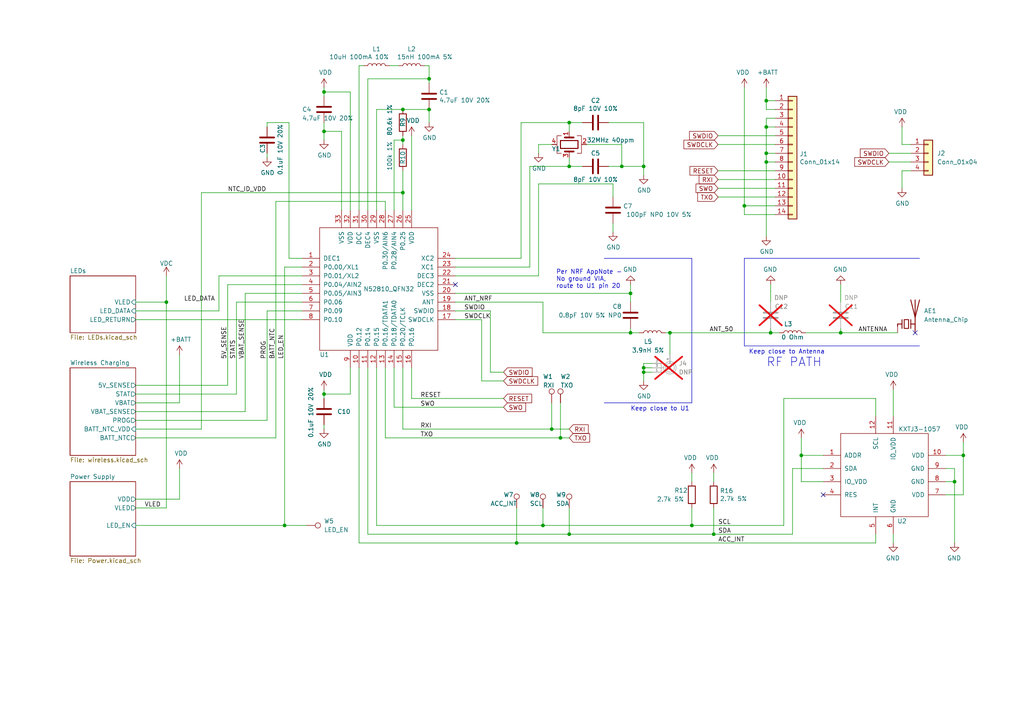
<source format=kicad_sch>
(kicad_sch (version 20230121) (generator eeschema)
  (paper "A4")
  (title_block (title "Pixels D20 Schematic, Main") (date "2021-06-23") (rev "2") (company "Systemic Games, LLC"))
  (lib_symbols
    (symbol "Connector_Generic:Conn_01x04" (pin_names (offset 1.016) hide)
      (property "Reference" "J" (at 0 5.08 0))
      (property "Value" "Conn_01x04" (at 0 -7.62 0))
      (symbol "Conn_01x04_1_1"
        (rectangle (start -1.27 -4.953) (end 0 -5.207) (stroke (width 0.1524)))
        (rectangle (start -1.27 -2.413) (end 0 -2.667) (stroke (width 0.1524)))
        (rectangle (start -1.27 0.127) (end 0 -0.127) (stroke (width 0.1524)))
        (rectangle (start -1.27 2.667) (end 0 2.413) (stroke (width 0.1524)))
        (rectangle (start -1.27 3.81) (end 1.27 -6.35) (stroke (width 0.254)) (fill (type background)))
        (pin passive line (at -5.08 2.54 0) (length 3.81) (name "Pin_1") (number "1"))
        (pin passive line (at -5.08 0 0) (length 3.81) (name "Pin_2") (number "2"))
        (pin passive line (at -5.08 -2.54 0) (length 3.81) (name "Pin_3") (number "3"))
        (pin passive line (at -5.08 -5.08 0) (length 3.81) (name "Pin_4") (number "4"))
      )
    )
    (symbol "Connector_Generic:Conn_01x14" (pin_names (offset 1.016) hide)
      (property "Reference" "J" (at 0 17.78 0))
      (property "Value" "Conn_01x14" (at 0 -20.32 0))
      (symbol "Conn_01x14_1_1"
        (rectangle (start -1.27 -17.653) (end 0 -17.907) (stroke (width 0.1524)))
        (rectangle (start -1.27 -15.113) (end 0 -15.367) (stroke (width 0.1524)))
        (rectangle (start -1.27 -12.573) (end 0 -12.827) (stroke (width 0.1524)))
        (rectangle (start -1.27 -10.033) (end 0 -10.287) (stroke (width 0.1524)))
        (rectangle (start -1.27 -7.493) (end 0 -7.747) (stroke (width 0.1524)))
        (rectangle (start -1.27 -4.953) (end 0 -5.207) (stroke (width 0.1524)))
        (rectangle (start -1.27 -2.413) (end 0 -2.667) (stroke (width 0.1524)))
        (rectangle (start -1.27 0.127) (end 0 -0.127) (stroke (width 0.1524)))
        (rectangle (start -1.27 2.667) (end 0 2.413) (stroke (width 0.1524)))
        (rectangle (start -1.27 5.207) (end 0 4.953) (stroke (width 0.1524)))
        (rectangle (start -1.27 7.747) (end 0 7.493) (stroke (width 0.1524)))
        (rectangle (start -1.27 10.287) (end 0 10.033) (stroke (width 0.1524)))
        (rectangle (start -1.27 12.827) (end 0 12.573) (stroke (width 0.1524)))
        (rectangle (start -1.27 15.367) (end 0 15.113) (stroke (width 0.1524)))
        (rectangle (start -1.27 16.51) (end 1.27 -19.05) (stroke (width 0.254)) (fill (type background)))
        (pin passive line (at -5.08 15.24 0) (length 3.81) (name "Pin_1") (number "1"))
        (pin passive line (at -5.08 -7.62 0) (length 3.81) (name "Pin_10") (number "10"))
        (pin passive line (at -5.08 -10.16 0) (length 3.81) (name "Pin_11") (number "11"))
        (pin passive line (at -5.08 -12.7 0) (length 3.81) (name "Pin_12") (number "12"))
        (pin passive line (at -5.08 -15.24 0) (length 3.81) (name "Pin_13") (number "13"))
        (pin passive line (at -5.08 -17.78 0) (length 3.81) (name "Pin_14") (number "14"))
        (pin passive line (at -5.08 12.7 0) (length 3.81) (name "Pin_2") (number "2"))
        (pin passive line (at -5.08 10.16 0) (length 3.81) (name "Pin_3") (number "3"))
        (pin passive line (at -5.08 7.62 0) (length 3.81) (name "Pin_4") (number "4"))
        (pin passive line (at -5.08 5.08 0) (length 3.81) (name "Pin_5") (number "5"))
        (pin passive line (at -5.08 2.54 0) (length 3.81) (name "Pin_6") (number "6"))
        (pin passive line (at -5.08 0 0) (length 3.81) (name "Pin_7") (number "7"))
        (pin passive line (at -5.08 -2.54 0) (length 3.81) (name "Pin_8") (number "8"))
        (pin passive line (at -5.08 -5.08 0) (length 3.81) (name "Pin_9") (number "9"))
      )
    )
    (symbol "Device:Antenna_Chip" (pin_numbers hide) (pin_names (offset 1.016) hide)
      (property "Reference" "AE" (at 0 5.08 0))
      (property "Value" "Antenna_Chip" (at 0 3.175 0))
      (symbol "Antenna_Chip_0_1"
        (polyline (pts (xy -2.54 0) (xy -2.54 -0.635)) (stroke (width 0.254)))
        (polyline (pts (xy -2.54 0) (xy -1.27 0)) (stroke (width 0.254)))
        (polyline (pts (xy 1.27 0) (xy 2.54 0)) (stroke (width 0.254)))
        (polyline (pts (xy 1.27 1.27) (xy 1.27 -1.27)) (stroke (width 0.254)))
        (polyline (pts (xy 2.54 -0.635) (xy 2.54 0)))
        (polyline (pts (xy 2.54 6.985) (xy 2.54 -1.905)) (stroke (width 0.254)))
        (polyline (pts (xy -1.27 1.27) (xy -1.27 -1.27) (xy -1.27 0)) (stroke (width 0.254)))
        (polyline (pts (xy 3.81 6.985) (xy 2.54 1.905) (xy 1.27 6.985)) (stroke (width 0.254)))
        (polyline (pts (xy -0.635 1.27) (xy 0.635 1.27) (xy 0.635 -1.27) (xy -0.635 -1.27) (xy -0.635 1.27)) (stroke (width 0.254)))
      )
      (symbol "Antenna_Chip_1_1"
        (pin input line (at -2.54 -2.54 90) (length 2.54) (name "FEED") (number "1"))
        (pin passive line (at 2.54 -2.54 90) (length 2.54) (name "PCB_Trace") (number "2"))
      )
    )
    (symbol "Device:C" (pin_numbers hide) (pin_names (offset 0.254))
      (property "Reference" "C" (at 0.635 2.54 0))
      (property "Value" "C" (at 0.635 -2.54 0))
      (symbol "C_0_1"
        (polyline (pts (xy -2.032 -0.762) (xy 2.032 -0.762)) (stroke (width 0.508)))
        (polyline (pts (xy -2.032 0.762) (xy 2.032 0.762)) (stroke (width 0.508)))
      )
      (symbol "C_1_1"
        (pin passive line (at 0 3.81 270) (length 2.794) (name "~") (number "1"))
        (pin passive line (at 0 -3.81 90) (length 2.794) (name "~") (number "2"))
      )
    )
    (symbol "Device:Crystal_GND24" (pin_names (offset 1.016) hide)
      (property "Reference" "Y" (at 3.175 5.08 0))
      (property "Value" "Crystal_GND24" (at 3.175 3.175 0))
      (symbol "Crystal_GND24_0_1"
        (rectangle (start -1.143 2.54) (end 1.143 -2.54) (stroke (width 0.3048)))
        (polyline (pts (xy -2.54 0) (xy -2.032 0)))
        (polyline (pts (xy -2.032 -1.27) (xy -2.032 1.27)) (stroke (width 0.508)))
        (polyline (pts (xy 0 -3.81) (xy 0 -3.556)))
        (polyline (pts (xy 0 3.556) (xy 0 3.81)))
        (polyline (pts (xy 2.032 -1.27) (xy 2.032 1.27)) (stroke (width 0.508)))
        (polyline (pts (xy 2.032 0) (xy 2.54 0)))
        (polyline (pts (xy -2.54 -2.286) (xy -2.54 -3.556) (xy 2.54 -3.556) (xy 2.54 -2.286)))
        (polyline (pts (xy -2.54 2.286) (xy -2.54 3.556) (xy 2.54 3.556) (xy 2.54 2.286)))
      )
      (symbol "Crystal_GND24_1_1"
        (pin passive line (at -3.81 0 0) (length 1.27) (name "1") (number "1"))
        (pin passive line (at 0 5.08 270) (length 1.27) (name "2") (number "2"))
        (pin passive line (at 3.81 0 180) (length 1.27) (name "3") (number "3"))
        (pin passive line (at 0 -5.08 90) (length 1.27) (name "4") (number "4"))
      )
    )
    (symbol "Device:L" (pin_numbers hide) (pin_names (offset 1.016) hide)
      (property "Reference" "L" (at -1.27 0 90))
      (property "Value" "L" (at 1.905 0 90))
      (symbol "L_0_1"
        (arc (start 0 -2.54) (mid 0.6323 -1.905) (end 0 -1.27))
        (arc (start 0 -1.27) (mid 0.6323 -0.635) (end 0 0))
        (arc (start 0 0) (mid 0.6323 0.635) (end 0 1.27))
        (arc (start 0 1.27) (mid 0.6323 1.905) (end 0 2.54))
      )
      (symbol "L_1_1"
        (pin passive line (at 0 3.81 270) (length 1.27) (name "1") (number "1"))
        (pin passive line (at 0 -3.81 90) (length 1.27) (name "2") (number "2"))
      )
    )
    (symbol "Device:R" (pin_numbers hide) (pin_names (offset 0))
      (property "Reference" "R" (at 2.032 0 90))
      (property "Value" "R" (at 0 0 90))
      (symbol "R_0_1"
        (rectangle (start -1.016 -2.54) (end 1.016 2.54) (stroke (width 0.254)))
      )
      (symbol "R_1_1"
        (pin passive line (at 0 3.81 270) (length 1.27) (name "~") (number "1"))
        (pin passive line (at 0 -3.81 90) (length 1.27) (name "~") (number "2"))
      )
    )
    (symbol "Pixels-dice:KXTJ3-1057" (pin_names (offset 1.016))
      (property "Reference" "U" (at 10.16 -12.7 0))
      (property "Value" "KXTJ3-1057" (at 8.89 13.97 0))
      (symbol "KXTJ3-1057_0_1"
        (rectangle (start -12.7 12.7) (end 12.7 -11.43))
      )
      (symbol "KXTJ3-1057_1_1"
        (pin input line (at -17.78 6.35 0) (length 5.08) (name "ADDR") (number "1"))
        (pin power_in line (at 17.78 6.35 180) (length 5.08) (name "VDD") (number "10"))
        (pin power_in line (at 2.54 17.78 270) (length 5.08) (name "IO_VDD") (number "11"))
        (pin input line (at -2.54 17.78 270) (length 5.08) (name "SCL") (number "12"))
        (pin bidirectional line (at -17.78 2.54 0) (length 5.08) (name "SDA") (number "2"))
        (pin power_in line (at -17.78 -1.27 0) (length 5.08) (name "IO_VDD") (number "3"))
        (pin passive line (at -17.78 -5.08 0) (length 5.08) (name "RES") (number "4"))
        (pin output line (at -2.54 -16.51 90) (length 5.08) (name "INT") (number "5"))
        (pin power_in line (at 2.54 -16.51 90) (length 5.08) (name "GND") (number "6"))
        (pin power_in line (at 17.78 -5.08 180) (length 5.08) (name "VDD") (number "7"))
        (pin power_in line (at 17.78 -1.27 180) (length 5.08) (name "GND") (number "8"))
        (pin power_in line (at 17.78 2.54 180) (length 5.08) (name "GND") (number "9"))
      )
    )
    (symbol "Pixels-dice:N52810_QFN32" (pin_names (offset 1.016))
      (property "Reference" "U" (at 13.97 -19.05 0))
      (property "Value" "N52810_QFN32" (at 2.54 0 0))
      (symbol "N52810_QFN32_0_1"
        (rectangle (start -17.78 17.78) (end 16.51 -17.78))
      )
      (symbol "N52810_QFN32_1_1"
        (pin power_out line (at -22.86 8.89 0) (length 5.08) (name "DEC1") (number "1"))
        (pin bidirectional line (at -6.35 -22.86 90) (length 5.08) (name "P0.12") (number "10"))
        (pin bidirectional line (at -3.81 -22.86 90) (length 5.08) (name "P0.14") (number "11"))
        (pin bidirectional line (at -1.27 -22.86 90) (length 5.08) (name "P0.15") (number "12"))
        (pin bidirectional line (at 1.27 -22.86 90) (length 5.08) (name "P0.16/TDATA1") (number "13"))
        (pin bidirectional line (at 3.81 -22.86 90) (length 5.08) (name "P0.18/TDATA0") (number "14"))
        (pin bidirectional line (at 6.35 -22.86 90) (length 5.08) (name "P0.20/TCLK") (number "15"))
        (pin bidirectional line (at 8.89 -22.86 90) (length 5.08) (name "P0.16") (number "16"))
        (pin bidirectional line (at 21.59 -8.89 180) (length 5.08) (name "SWDCLK") (number "17"))
        (pin bidirectional line (at 21.59 -6.35 180) (length 5.08) (name "SWDIO") (number "18"))
        (pin output line (at 21.59 -3.81 180) (length 5.08) (name "ANT") (number "19"))
        (pin bidirectional line (at -22.86 6.35 0) (length 5.08) (name "P0.00/XL1") (number "2"))
        (pin output line (at 21.59 -1.27 180) (length 5.08) (name "VSS") (number "20"))
        (pin output line (at 21.59 1.27 180) (length 5.08) (name "DEC2") (number "21"))
        (pin output line (at 21.59 3.81 180) (length 5.08) (name "DEC3") (number "22"))
        (pin output line (at 21.59 6.35 180) (length 5.08) (name "XC1") (number "23"))
        (pin input line (at 21.59 8.89 180) (length 5.08) (name "XC2") (number "24"))
        (pin power_in line (at 8.89 22.86 270) (length 5.08) (name "VDD") (number "25"))
        (pin bidirectional line (at 6.35 22.86 270) (length 5.08) (name "P0.25") (number "26"))
        (pin bidirectional line (at 3.81 22.86 270) (length 5.08) (name "P0.28/AIN4") (number "27"))
        (pin bidirectional line (at 1.27 22.86 270) (length 5.08) (name "P0.30/AIN6") (number "28"))
        (pin power_in line (at -1.27 22.86 270) (length 5.08) (name "VSS") (number "29"))
        (pin bidirectional line (at -22.86 3.81 0) (length 5.08) (name "P0.01/XL2") (number "3"))
        (pin output line (at -3.81 22.86 270) (length 5.08) (name "DEC4") (number "30"))
        (pin output line (at -6.35 22.86 270) (length 5.08) (name "DCC") (number "31"))
        (pin power_in line (at -8.89 22.86 270) (length 5.08) (name "VDD") (number "32"))
        (pin power_in line (at -11.43 22.86 270) (length 5.08) (name "VSS") (number "33"))
        (pin bidirectional line (at -22.86 1.27 0) (length 5.08) (name "P0.04/AIN2") (number "4"))
        (pin bidirectional line (at -22.86 -1.27 0) (length 5.08) (name "P0.05/AIN3") (number "5"))
        (pin bidirectional line (at -22.86 -3.81 0) (length 5.08) (name "P0.06") (number "6"))
        (pin bidirectional line (at -22.86 -6.35 0) (length 5.08) (name "P0.09") (number "7"))
        (pin bidirectional line (at -22.86 -8.89 0) (length 5.08) (name "P0.10") (number "8"))
        (pin power_in line (at -8.89 -22.86 90) (length 5.08) (name "VDD") (number "9"))
      )
    )
    (symbol "Pixels-dice:TEST_1P-conn" (pin_numbers hide) (pin_names (offset 0.762) hide)
      (property "Reference" "W" (at 0 6.858 0))
      (property "Value" "TEST_1P-conn" (at 0 5.08 0))
      (symbol "TEST_1P-conn_0_1"
        (circle (center 0 3.302) (radius 0.762))
      )
      (symbol "TEST_1P-conn_1_1"
        (pin passive line (at 0 0 90) (length 2.54) (name "1") (number "1"))
      )
    )
    (symbol "Pixels-dice:W.FL"
      (property "Reference" "J" (at 3.81 -1.27 0))
      (property "Value" "W.FL" (at 4.445 1.27 0))
      (symbol "W.FL_0_1"
        (polyline (pts (xy -1.27 -2.54) (xy 1.27 -2.54)))
        (polyline (pts (xy 0 -2.54) (xy 0 -1.905)))
        (circle (center 0 0) (radius 1.27))
        (circle (center 0 0) (radius 1.7961))
      )
      (symbol "W.FL_1_1"
        (pin passive line (at 1.27 -5.08 90) (length 2.54) (name "") (number "1"))
        (pin passive line (at -1.27 -5.08 90) (length 2.54) (name "") (number "2"))
        (pin passive line (at 0 -5.08 90) (length 2.54) (name "") (number "3"))
        (pin passive line (at -3.81 0 0) (length 2.54) (name "RF") (number "4"))
      )
    )
    (symbol "power:+BATT" (power) (pin_names (offset 0))
      (property "Value" "+BATT" (at 0 3.556 0))
      (symbol "+BATT_0_1"
        (polyline (pts (xy -0.762 1.27) (xy 0 2.54)))
        (polyline (pts (xy 0 0) (xy 0 2.54)))
        (polyline (pts (xy 0 2.54) (xy 0.762 1.27)))
      )
      (symbol "+BATT_1_1"
        (pin power_in line (at 0 0 90) (length 0) hide (name "+BATT") (number "1"))
      )
    )
    (symbol "power:GND" (power) (pin_names (offset 0))
      (property "Value" "GND" (at 0 -3.81 0))
      (symbol "GND_0_1"
        (polyline (pts (xy 0 0) (xy 0 -1.27) (xy 1.27 -1.27) (xy 0 -2.54) (xy -1.27 -1.27) (xy 0 -1.27)))
      )
      (symbol "GND_1_1"
        (pin power_in line (at 0 0 270) (length 0) hide (name "GND") (number "1"))
      )
    )
    (symbol "power:VDC" (power) (pin_names (offset 0))
      (property "Value" "VDC" (at 0 6.35 0))
      (symbol "VDC_0_1"
        (polyline (pts (xy -0.762 1.27) (xy 0 2.54)))
        (polyline (pts (xy 0 0) (xy 0 2.54)))
        (polyline (pts (xy 0 2.54) (xy 0.762 1.27)))
      )
      (symbol "VDC_1_1"
        (pin power_in line (at 0 0 90) (length 0) hide (name "VDC") (number "1"))
      )
    )
    (symbol "power:VDD" (power) (pin_names (offset 0))
      (property "Value" "VDD" (at 0 3.81 0))
      (symbol "VDD_0_1"
        (polyline (pts (xy -0.762 1.27) (xy 0 2.54)))
        (polyline (pts (xy 0 0) (xy 0 2.54)))
        (polyline (pts (xy 0 2.54) (xy 0.762 1.27)))
      )
      (symbol "VDD_1_1"
        (pin power_in line (at 0 0 90) (length 0) hide (name "VDD") (number "1"))
      )
    )
  )
  (junction (at 279.4 132.08))
  (junction (at 180.34 48.26))
  (junction (at 186.69 107.95))
  (junction (at 276.86 139.7))
  (junction (at 93.98 38.1))
  (junction (at 93.98 26.67))
  (junction (at 116.84 55.88))
  (junction (at 243.84 96.52))
  (junction (at 124.46 31.75))
  (junction (at 116.84 40.64))
  (junction (at 165.1 48.26))
  (junction (at 149.86 157.48))
  (junction (at 165.1 154.94))
  (junction (at 207.01 154.94))
  (junction (at 222.25 36.83))
  (junction (at 93.98 114.3))
  (junction (at 182.88 96.52))
  (junction (at 223.52 96.52))
  (junction (at 124.46 22.86))
  (junction (at 82.55 152.4))
  (junction (at 186.69 106.68))
  (junction (at 222.25 44.45))
  (junction (at 182.88 85.09))
  (junction (at 116.84 31.75))
  (junction (at 222.25 29.21))
  (junction (at 186.69 48.26))
  (junction (at 222.25 46.99))
  (junction (at 48.26 87.63))
  (junction (at 162.56 127))
  (junction (at 232.41 132.08))
  (junction (at 215.9 59.69))
  (junction (at 157.48 152.4))
  (junction (at 160.02 124.46))
  (junction (at 200.66 152.4))
  (junction (at 165.1 35.56))
  (junction (at 194.31 96.52))
  (no_connect (at 132.08 82.55))
  (no_connect (at 238.76 143.51))
  (no_connect (at 265.43 96.52))
  (wire (pts (xy 99.06 38.1) (xy 93.98 38.1)))
  (wire (pts (xy 39.37 90.17) (xy 63.5 90.17)))
  (wire (pts (xy 99.06 60.96) (xy 99.06 38.1)))
  (wire (pts (xy 222.25 34.29) (xy 222.25 36.83)))
  (wire (pts (xy 207.01 137.16) (xy 207.01 139.7)))
  (wire (pts (xy 80.01 58.42) (xy 80.01 127)))
  (wire (pts (xy 149.86 147.32) (xy 149.86 157.48)))
  (wire (pts (xy 109.22 31.75) (xy 109.22 60.96)))
  (wire (pts (xy 180.34 41.91) (xy 180.34 48.26)))
  (wire (pts (xy 257.81 46.99) (xy 264.16 46.99)))
  (wire (pts (xy 77.47 90.17) (xy 77.47 121.92)))
  (wire (pts (xy 223.52 82.55) (xy 223.52 87.63)))
  (wire (pts (xy 153.67 77.47) (xy 153.67 48.26)))
  (wire (pts (xy 93.98 26.67) (xy 93.98 27.94)))
  (wire (pts (xy 232.41 139.7) (xy 232.41 132.08)))
  (wire (pts (xy 279.4 143.51) (xy 274.32 143.51)))
  (wire (pts (xy 101.6 26.67) (xy 93.98 26.67)))
  (wire (pts (xy 176.53 48.26) (xy 180.34 48.26)))
  (wire (pts (xy 156.21 80.01) (xy 132.08 80.01)))
  (wire (pts (xy 139.7 110.49) (xy 146.05 110.49)))
  (wire (pts (xy 132.08 74.93) (xy 151.13 74.93)))
  (wire (pts (xy 238.76 135.89) (xy 229.87 135.89)))
  (wire (pts (xy 261.62 41.91) (xy 264.16 41.91)))
  (wire (pts (xy 207.01 147.32) (xy 207.01 154.94)))
  (wire (pts (xy 189.23 106.68) (xy 186.69 106.68)))
  (wire (pts (xy 186.69 35.56) (xy 186.69 48.26)))
  (wire (pts (xy 224.79 46.99) (xy 222.25 46.99)))
  (wire (pts (xy 223.52 96.52) (xy 226.06 96.52)))
  (wire (pts (xy 182.88 85.09) (xy 182.88 87.63)))
  (wire (pts (xy 160.02 124.46) (xy 165.1 124.46)))
  (wire (pts (xy 165.1 35.56) (xy 168.91 35.56)))
  (wire (pts (xy 259.08 154.94) (xy 259.08 157.48)))
  (wire (pts (xy 39.37 114.3) (xy 68.58 114.3)))
  (wire (pts (xy 208.28 41.91) (xy 224.79 41.91)))
  (wire (pts (xy 39.37 147.32) (xy 48.26 147.32)))
  (wire (pts (xy 215.9 59.69) (xy 215.9 62.23)))
  (wire (pts (xy 233.68 96.52) (xy 243.84 96.52)))
  (wire (pts (xy 261.62 49.53) (xy 264.16 49.53)))
  (wire (pts (xy 116.84 124.46) (xy 116.84 106.68)))
  (wire (pts (xy 162.56 127) (xy 165.1 127)))
  (wire (pts (xy 111.76 58.42) (xy 111.76 60.96)))
  (wire (pts (xy 124.46 31.75) (xy 124.46 35.56)))
  (wire (pts (xy 39.37 111.76) (xy 66.04 111.76)))
  (wire (pts (xy 93.98 114.3) (xy 93.98 115.57)))
  (wire (pts (xy 182.88 96.52) (xy 185.42 96.52)))
  (wire (pts (xy 149.86 157.48) (xy 254 157.48)))
  (wire (pts (xy 66.04 82.55) (xy 66.04 111.76)))
  (wire (pts (xy 224.79 59.69) (xy 215.9 59.69)))
  (wire (pts (xy 274.32 139.7) (xy 276.86 139.7)))
  (wire (pts (xy 151.13 74.93) (xy 151.13 35.56)))
  (wire (pts (xy 109.22 152.4) (xy 157.48 152.4)))
  (wire (pts (xy 58.42 124.46) (xy 39.37 124.46)))
  (wire (pts (xy 109.22 106.68) (xy 109.22 152.4)))
  (wire (pts (xy 132.08 90.17) (xy 142.24 90.17)))
  (wire (pts (xy 114.3 106.68) (xy 114.3 118.11)))
  (wire (pts (xy 101.6 60.96) (xy 101.6 26.67)))
  (wire (pts (xy 186.69 105.41) (xy 186.69 106.68)))
  (wire (pts (xy 254 120.65) (xy 254 115.57)))
  (wire (pts (xy 222.25 31.75) (xy 224.79 31.75)))
  (wire (pts (xy 93.98 114.3) (xy 93.98 113.03)))
  (wire (pts (xy 182.88 82.55) (xy 182.88 85.09)))
  (wire (pts (xy 142.24 107.95) (xy 146.05 107.95)))
  (wire (pts (xy 222.25 29.21) (xy 222.25 31.75)))
  (wire (pts (xy 157.48 87.63) (xy 157.48 96.52)))
  (wire (pts (xy 160.02 41.91) (xy 156.21 41.91)))
  (wire (pts (xy 160.02 116.84) (xy 160.02 124.46)))
  (wire (pts (xy 132.08 87.63) (xy 157.48 87.63)))
  (wire (pts (xy 222.25 44.45) (xy 222.25 46.99)))
  (wire (pts (xy 124.46 22.86) (xy 124.46 24.13)))
  (wire (pts (xy 52.07 144.78) (xy 52.07 135.89)))
  (wire (pts (xy 104.14 60.96) (xy 104.14 19.05)))
  (wire (pts (xy 63.5 80.01) (xy 87.63 80.01)))
  (wire (pts (xy 114.3 60.96) (xy 114.3 40.64)))
  (wire (pts (xy 182.88 95.25) (xy 182.88 96.52)))
  (wire (pts (xy 123.19 19.05) (xy 124.46 19.05)))
  (wire (pts (xy 124.46 22.86) (xy 106.68 22.86)))
  (wire (pts (xy 165.1 154.94) (xy 207.01 154.94)))
  (wire (pts (xy 208.28 49.53) (xy 224.79 49.53)))
  (wire (pts (xy 232.41 132.08) (xy 238.76 132.08)))
  (wire (pts (xy 194.31 96.52) (xy 223.52 96.52)))
  (wire (pts (xy 176.53 35.56) (xy 186.69 35.56)))
  (wire (pts (xy 222.25 36.83) (xy 222.25 44.45)))
  (wire (pts (xy 39.37 87.63) (xy 48.26 87.63)))
  (wire (pts (xy 274.32 135.89) (xy 276.86 135.89)))
  (wire (pts (xy 279.4 132.08) (xy 279.4 143.51)))
  (wire (pts (xy 114.3 40.64) (xy 116.84 40.64)))
  (polyline (pts (xy 200.66 74.93) (xy 200.66 116.84)))
  (wire (pts (xy 153.67 48.26) (xy 165.1 48.26)))
  (wire (pts (xy 232.41 132.08) (xy 232.41 127)))
  (wire (pts (xy 101.6 114.3) (xy 93.98 114.3)))
  (wire (pts (xy 111.76 127) (xy 162.56 127)))
  (wire (pts (xy 243.84 82.55) (xy 243.84 87.63)))
  (wire (pts (xy 189.23 105.41) (xy 186.69 105.41)))
  (wire (pts (xy 68.58 87.63) (xy 87.63 87.63)))
  (wire (pts (xy 227.33 115.57) (xy 227.33 152.4)))
  (wire (pts (xy 276.86 139.7) (xy 276.86 157.48)))
  (wire (pts (xy 82.55 77.47) (xy 82.55 152.4)))
  (wire (pts (xy 200.66 137.16) (xy 200.66 139.7)))
  (wire (pts (xy 88.9 152.4) (xy 82.55 152.4)))
  (wire (pts (xy 222.25 34.29) (xy 224.79 34.29)))
  (wire (pts (xy 165.1 48.26) (xy 168.91 48.26)))
  (wire (pts (xy 215.9 62.23) (xy 224.79 62.23)))
  (wire (pts (xy 222.25 46.99) (xy 222.25 68.58)))
  (wire (pts (xy 116.84 124.46) (xy 160.02 124.46)))
  (wire (pts (xy 177.8 53.34) (xy 177.8 57.15)))
  (wire (pts (xy 116.84 55.88) (xy 58.42 55.88)))
  (wire (pts (xy 119.38 106.68) (xy 119.38 115.57)))
  (wire (pts (xy 208.28 57.15) (xy 224.79 57.15)))
  (wire (pts (xy 157.48 152.4) (xy 200.66 152.4)))
  (wire (pts (xy 151.13 35.56) (xy 165.1 35.56)))
  (wire (pts (xy 39.37 144.78) (xy 52.07 144.78)))
  (wire (pts (xy 39.37 119.38) (xy 71.12 119.38)))
  (wire (pts (xy 124.46 19.05) (xy 124.46 22.86)))
  (wire (pts (xy 48.26 87.63) (xy 48.26 147.32)))
  (wire (pts (xy 82.55 77.47) (xy 87.63 77.47)))
  (wire (pts (xy 200.66 152.4) (xy 227.33 152.4)))
  (wire (pts (xy 106.68 154.94) (xy 165.1 154.94)))
  (wire (pts (xy 119.38 39.37) (xy 119.38 60.96)))
  (wire (pts (xy 82.55 152.4) (xy 39.37 152.4)))
  (wire (pts (xy 208.28 54.61) (xy 224.79 54.61)))
  (wire (pts (xy 87.63 82.55) (xy 66.04 82.55)))
  (wire (pts (xy 116.84 55.88) (xy 116.84 60.96)))
  (wire (pts (xy 116.84 49.53) (xy 116.84 55.88)))
  (wire (pts (xy 261.62 49.53) (xy 261.62 54.61)))
  (wire (pts (xy 116.84 31.75) (xy 124.46 31.75)))
  (wire (pts (xy 193.04 96.52) (xy 194.31 96.52)))
  (wire (pts (xy 104.14 19.05) (xy 105.41 19.05)))
  (wire (pts (xy 58.42 55.88) (xy 58.42 124.46)))
  (wire (pts (xy 189.23 107.95) (xy 186.69 107.95)))
  (wire (pts (xy 104.14 157.48) (xy 149.86 157.48)))
  (wire (pts (xy 257.81 44.45) (xy 264.16 44.45)))
  (wire (pts (xy 139.7 92.71) (xy 139.7 110.49)))
  (wire (pts (xy 80.01 127) (xy 39.37 127)))
  (wire (pts (xy 77.47 121.92) (xy 39.37 121.92)))
  (wire (pts (xy 63.5 90.17) (xy 63.5 80.01)))
  (wire (pts (xy 170.18 41.91) (xy 180.34 41.91)))
  (wire (pts (xy 93.98 26.67) (xy 93.98 25.4)))
  (polyline (pts (xy 175.26 74.93) (xy 200.66 74.93)))
  (wire (pts (xy 157.48 96.52) (xy 182.88 96.52)))
  (wire (pts (xy 243.84 96.52) (xy 260.35 96.52)))
  (wire (pts (xy 93.98 38.1) (xy 93.98 40.64)))
  (wire (pts (xy 48.26 87.63) (xy 48.26 80.01)))
  (polyline (pts (xy 215.9 74.93) (xy 266.7 74.93)))
  (wire (pts (xy 87.63 90.17) (xy 77.47 90.17)))
  (wire (pts (xy 132.08 92.71) (xy 139.7 92.71)))
  (wire (pts (xy 165.1 147.32) (xy 165.1 154.94)))
  (wire (pts (xy 186.69 107.95) (xy 186.69 110.49)))
  (wire (pts (xy 229.87 135.89) (xy 229.87 154.94)))
  (wire (pts (xy 224.79 44.45) (xy 222.25 44.45)))
  (wire (pts (xy 77.47 44.45) (xy 77.47 45.72)))
  (wire (pts (xy 146.05 115.57) (xy 119.38 115.57)))
  (wire (pts (xy 116.84 40.64) (xy 116.84 41.91)))
  (wire (pts (xy 194.31 96.52) (xy 194.31 102.87)))
  (wire (pts (xy 222.25 25.4) (xy 222.25 29.21)))
  (wire (pts (xy 162.56 116.84) (xy 162.56 127)))
  (wire (pts (xy 157.48 147.32) (xy 157.48 152.4)))
  (wire (pts (xy 83.82 35.56) (xy 77.47 35.56)))
  (wire (pts (xy 243.84 95.25) (xy 243.84 96.52)))
  (wire (pts (xy 142.24 90.17) (xy 142.24 107.95)))
  (wire (pts (xy 109.22 31.75) (xy 116.84 31.75)))
  (wire (pts (xy 279.4 128.27) (xy 279.4 132.08)))
  (polyline (pts (xy 175.26 116.84) (xy 200.66 116.84)))
  (wire (pts (xy 186.69 106.68) (xy 186.69 107.95)))
  (wire (pts (xy 87.63 74.93) (xy 83.82 74.93)))
  (wire (pts (xy 93.98 35.56) (xy 93.98 38.1)))
  (wire (pts (xy 156.21 53.34) (xy 156.21 80.01)))
  (wire (pts (xy 254 154.94) (xy 254 157.48)))
  (wire (pts (xy 106.68 22.86) (xy 106.68 60.96)))
  (wire (pts (xy 71.12 85.09) (xy 71.12 119.38)))
  (wire (pts (xy 180.34 48.26) (xy 186.69 48.26)))
  (wire (pts (xy 83.82 74.93) (xy 83.82 35.56)))
  (wire (pts (xy 207.01 154.94) (xy 229.87 154.94)))
  (wire (pts (xy 116.84 39.37) (xy 116.84 40.64)))
  (wire (pts (xy 39.37 116.84) (xy 52.07 116.84)))
  (wire (pts (xy 261.62 36.83) (xy 261.62 41.91)))
  (wire (pts (xy 104.14 106.68) (xy 104.14 157.48)))
  (wire (pts (xy 177.8 64.77) (xy 177.8 67.31)))
  (wire (pts (xy 156.21 41.91) (xy 156.21 44.45)))
  (wire (pts (xy 113.03 19.05) (xy 115.57 19.05)))
  (wire (pts (xy 186.69 48.26) (xy 186.69 50.8)))
  (wire (pts (xy 165.1 45.72) (xy 165.1 48.26)))
  (wire (pts (xy 208.28 39.37) (xy 224.79 39.37)))
  (wire (pts (xy 165.1 38.1) (xy 165.1 35.56)))
  (wire (pts (xy 279.4 132.08) (xy 274.32 132.08)))
  (wire (pts (xy 254 115.57) (xy 227.33 115.57)))
  (wire (pts (xy 177.8 53.34) (xy 156.21 53.34)))
  (wire (pts (xy 238.76 139.7) (xy 232.41 139.7)))
  (wire (pts (xy 146.05 118.11) (xy 114.3 118.11)))
  (wire (pts (xy 223.52 95.25) (xy 223.52 96.52)))
  (wire (pts (xy 77.47 35.56) (xy 77.47 36.83)))
  (wire (pts (xy 132.08 85.09) (xy 182.88 85.09)))
  (wire (pts (xy 224.79 36.83) (xy 222.25 36.83)))
  (wire (pts (xy 111.76 127) (xy 111.76 106.68)))
  (wire (pts (xy 106.68 106.68) (xy 106.68 154.94)))
  (wire (pts (xy 68.58 87.63) (xy 68.58 114.3)))
  (wire (pts (xy 215.9 25.4) (xy 215.9 59.69)))
  (polyline (pts (xy 215.9 100.33) (xy 266.7 100.33)))
  (wire (pts (xy 276.86 135.89) (xy 276.86 139.7)))
  (wire (pts (xy 259.08 113.03) (xy 259.08 120.65)))
  (wire (pts (xy 80.01 58.42) (xy 111.76 58.42)))
  (wire (pts (xy 222.25 29.21) (xy 224.79 29.21)))
  (wire (pts (xy 132.08 77.47) (xy 153.67 77.47)))
  (wire (pts (xy 200.66 147.32) (xy 200.66 152.4)))
  (wire (pts (xy 101.6 106.68) (xy 101.6 114.3)))
  (wire (pts (xy 52.07 102.87) (xy 52.07 116.84)))
  (wire (pts (xy 87.63 85.09) (xy 71.12 85.09)))
  (wire (pts (xy 208.28 52.07) (xy 224.79 52.07)))
  (polyline (pts (xy 215.9 74.93) (xy 215.9 100.33)))
  (wire (pts (xy 93.98 123.19) (xy 93.98 124.46)))
  (wire (pts (xy 39.37 92.71) (xy 87.63 92.71)))
  (text "Per NRF AppNote -\nNo ground VIA,\nroute to U1 pin 20" (at 161.29 83.82 0) (effects (font (size 1.27 1.27)) (justify left bottom)))
  (text "RF PATH" (at 222.25 106.68 0) (effects (font (size 2.54 2.54)) (justify left bottom)))
  (text "Keep close to U1" (at 182.88 119.38 0) (effects (font (size 1.27 1.27)) (justify left bottom)))
  (text "Keep close to Antenna" (at 217.17 102.87 0) (effects (font (size 1.27 1.27)) (justify left bottom)))
  (label "TXO" (at 121.92 127 0))
  (label "ACC_INT" (at 208.28 157.48 0))
  (label "SWDCLK" (at 134.62 92.71 0))
  (label "VBAT_SENSE" (at 71.12 104.14 90))
  (label "PROG" (at 77.47 104.14 90))
  (label "5V_SENSE" (at 66.04 104.14 90))
  (label "SDA" (at 208.28 154.94 0))
  (label "NTC_ID_VDD" (at 66.04 55.88 0))
  (label "LED_EN" (at 82.55 104.14 90))
  (label "RXI" (at 121.92 124.46 0))
  (label "SWDIO" (at 134.62 90.17 0))
  (label "ANT_NRF" (at 134.62 87.63 0))
  (label "SWO" (at 121.92 118.11 0))
  (label "BATT_NTC" (at 80.01 104.14 90))
  (label "LED_DATA" (at 53.34 87.63 0))
  (label "ANTENNA" (at 248.92 96.52 0))
  (label "RESET" (at 121.92 115.57 0))
  (label "ANT_50" (at 205.74 96.52 0))
  (label "SCL" (at 208.28 152.4 0))
  (label "VLED" (at 41.91 147.32 0))
  (label "STATS" (at 68.58 104.14 90))
  (global_label "TXO" (shape input) (at 165.1 127 0) (property "Intersheetrefs" "${INTERSHEET_REFS}" (effects hide)))
  (global_label "RESET" (shape input) (at 208.28 49.53 180) (property "Intersheetrefs" "${INTERSHEET_REFS}" (effects hide)))
  (global_label "SWDIO" (shape input) (at 146.05 107.95 0) (property "Intersheetrefs" "${INTERSHEET_REFS}" (effects hide)))
  (global_label "SWDCLK" (shape input) (at 257.81 46.99 180) (property "Intersheetrefs" "${INTERSHEET_REFS}" (effects hide)))
  (global_label "RXI" (shape input) (at 208.28 52.07 180) (property "Intersheetrefs" "${INTERSHEET_REFS}" (effects hide)))
  (global_label "SWO" (shape input) (at 146.05 118.11 0) (property "Intersheetrefs" "${INTERSHEET_REFS}" (effects hide)))
  (global_label "SWDCLK" (shape input) (at 146.05 110.49 0) (property "Intersheetrefs" "${INTERSHEET_REFS}" (effects hide)))
  (global_label "TXO" (shape input) (at 208.28 57.15 180) (property "Intersheetrefs" "${INTERSHEET_REFS}" (effects hide)))
  (global_label "RESET" (shape input) (at 146.05 115.57 0) (property "Intersheetrefs" "${INTERSHEET_REFS}" (effects hide)))
  (global_label "SWO" (shape input) (at 208.28 54.61 180) (property "Intersheetrefs" "${INTERSHEET_REFS}" (effects hide)))
  (global_label "RXI" (shape input) (at 165.1 124.46 0) (property "Intersheetrefs" "${INTERSHEET_REFS}" (effects hide)))
  (global_label "SWDIO" (shape input) (at 257.81 44.45 180) (property "Intersheetrefs" "${INTERSHEET_REFS}" (effects hide)))
  (global_label "SWDCLK" (shape input) (at 208.28 41.91 180) (property "Intersheetrefs" "${INTERSHEET_REFS}" (effects hide)))
  (global_label "SWDIO" (shape input) (at 208.28 39.37 180) (property "Intersheetrefs" "${INTERSHEET_REFS}" (effects hide)))
  (symbol (lib_id "power:GND") (at 93.98 124.46 0) (unit 1)
    (property "Reference" "#PWR016" (effects hide))
    (property "Value" "GND" (at 94.107 128.8542 0))
  )
  (symbol (lib_id "power:VDD") (at 93.98 113.03 0) (unit 1)
    (property "Reference" "#PWR014" (effects hide))
    (property "Value" "VDD" (at 94.4118 108.6358 0))
  )
  (symbol (lib_id "Device:C") (at 93.98 119.38 0) (unit 1)
    (property "Reference" "C10" (at 97.79 119.38 0) (effects (justify left)))
    (property "Value" "0.1uF 10V 20%" (at 90.17 127 90) (effects (justify left)))
    (property "Footprint" "Capacitor_SMD:C_0402_1005Metric" (effects hide))
    (property "Generic OK" "YES" (effects hide))
    (property "Pixels Part Number" "SMD-C005" (effects hide))
    (property "Manufacturer" "Murata" (effects hide))
    (property "Manufacturer Part Number" "GRM155R61H104KE19D" (effects hide))
  )
  (symbol (lib_id "power:GND") (at 93.98 40.64 0) (unit 1)
    (property "Reference" "#PWR08" (effects hide))
    (property "Value" "GND" (at 94.107 45.0342 0))
  )
  (symbol (lib_id "power:VDD") (at 93.98 25.4 0) (unit 1)
    (property "Reference" "#PWR01" (effects hide))
    (property "Value" "VDD" (at 94.4118 21.0058 0))
  )
  (symbol (lib_id "Device:C") (at 93.98 31.75 0) (unit 1)
    (property "Reference" "C4" (at 87.63 31.75 0) (effects (justify left)))
    (property "Value" "4.7uF 10V 20%" (at 87.63 34.29 0) (effects (justify left)))
    (property "Footprint" "Pixels-dice:C_0402_1005Metric" (effects hide))
    (property "Generic OK" "YES" (effects hide))
    (property "Pixels Part Number" "SMD-C002" (effects hide))
    (property "Manufacturer" "Murata" (effects hide))
    (property "Manufacturer Part Number" "GRM155R61A475MEAAJ" (effects hide))
  )
  (symbol (lib_id "power:GND") (at 77.47 45.72 0) (unit 1)
    (property "Reference" "#PWR05" (effects hide))
    (property "Value" "GND" (at 77.597 50.1142 0))
  )
  (symbol (lib_id "Device:C") (at 77.47 40.64 0) (unit 1)
    (property "Reference" "C3" (at 76.2 44.45 90) (effects (justify left)))
    (property "Value" "0.1uF 10V 20%" (at 81.28 50.8 90) (effects (justify left)))
    (property "Footprint" "Capacitor_SMD:C_0402_1005Metric" (effects hide))
    (property "Generic OK" "YES" (effects hide))
    (property "Pixels Part Number" "SMD-C005" (effects hide))
    (property "Manufacturer" "Murata" (effects hide))
    (property "Manufacturer Part Number" "GRM155R61H104KE19D" (effects hide))
  )
  (symbol (lib_id "Device:L") (at 109.22 19.05 90) (unit 1)
    (property "Reference" "L1" (at 109.22 14.224 90))
    (property "Value" "10uH 100mA 10%" (at 104.14 16.51 90))
    (property "Footprint" "Inductor_SMD:L_0805_2012Metric" (effects hide))
    (property "Generic OK" "YES" (effects hide))
    (property "Pixels Part Number" "SMD-L001" (effects hide))
    (property "Manufacturer" "Murata" (effects hide))
    (property "Manufacturer Part Number" "LQM21FN100M80L" (effects hide))
  )
  (symbol (lib_id "Device:L") (at 119.38 19.05 90) (unit 1)
    (property "Reference" "L2" (at 119.38 14.224 90))
    (property "Value" "15nH 100mA 5%" (at 123.19 16.51 90))
    (property "Footprint" "Inductor_SMD:L_0402_1005Metric" (effects hide))
    (property "Generic OK" "YES" (effects hide))
    (property "Pixels Part Number" "SMD-L002" (effects hide))
    (property "Manufacturer" "Murata" (effects hide))
    (property "Manufacturer Part Number" "LQG15HS15NJ02D" (effects hide))
  )
  (symbol (lib_id "Device:C") (at 124.46 27.94 0) (unit 1)
    (property "Reference" "C1" (at 127.381 26.7716 0) (effects (justify left)))
    (property "Value" "4.7uF 10V 20%" (at 127.381 29.083 0) (effects (justify left)))
    (property "Footprint" "Pixels-dice:C_0402_1005Metric" (effects hide))
    (property "Generic OK" "YES" (effects hide))
    (property "Pixels Part Number" "SMD-C002" (effects hide))
    (property "Manufacturer" "Murata" (effects hide))
    (property "Manufacturer Part Number" "GRM155R61A475MEAAJ" (effects hide))
  )
  (symbol (lib_id "power:GND") (at 124.46 35.56 0) (unit 1)
    (property "Reference" "#PWR03" (effects hide))
    (property "Value" "GND" (at 124.587 39.9542 0))
  )
  (symbol (lib_id "Device:Crystal_GND24") (at 165.1 41.91 270) (unit 1)
    (property "Reference" "Y1" (at 160.02 43.18 90) (effects (justify left)))
    (property "Value" "32MHz 40ppm" (at 170.18 40.64 90) (effects (justify left)))
    (property "Footprint" "Pixels-dice:Crystal_SMD_2016-4Pin_2.0x1.6mm" (effects hide))
    (property "Generic OK" "YES" (effects hide))
    (property "Manufacturer" "Murata" (effects hide))
    (property "Manufacturer Part Number" "XRCGB32M000F2P00R0" (effects hide))
    (property "Pixels Part Number" "SMD-Y001" (effects hide))
  )
  (symbol (lib_id "Device:C") (at 172.72 35.56 270) (unit 1)
    (property "Reference" "C2" (at 172.72 29.1592 90))
    (property "Value" "8pF 10V 10%" (at 172.72 31.4706 90))
    (property "Footprint" "Capacitor_SMD:C_0402_1005Metric" (effects hide))
    (property "Generic OK" "YES" (effects hide))
    (property "Pixels Part Number" "SMD-C001" (effects hide))
    (property "Manufacturer" "Murata" (effects hide))
    (property "Manufacturer Part Number" "GRT1555C2A8R0DA02" (effects hide))
  )
  (symbol (lib_id "Device:C") (at 172.72 48.26 270) (unit 1)
    (property "Reference" "C5" (at 172.72 44.45 90))
    (property "Value" "8pF 10V 10%" (at 172.72 52.07 90))
    (property "Footprint" "Capacitor_SMD:C_0402_1005Metric" (effects hide))
    (property "Generic OK" "YES" (effects hide))
    (property "Pixels Part Number" "SMD-C001" (effects hide))
    (property "Manufacturer" "Murata" (effects hide))
    (property "Manufacturer Part Number" "GRT1555C2A8R0DA02" (effects hide))
  )
  (symbol (lib_id "power:GND") (at 186.69 50.8 0) (unit 1)
    (property "Reference" "#PWR09" (effects hide))
    (property "Value" "GND" (at 186.817 55.1942 0))
  )
  (symbol (lib_id "power:GND") (at 177.8 67.31 0) (unit 1)
    (property "Reference" "#PWR011" (effects hide))
    (property "Value" "GND" (at 177.927 71.7042 0))
  )
  (symbol (lib_id "Device:C") (at 177.8 60.96 0) (unit 1)
    (property "Reference" "C7" (at 180.721 59.7916 0) (effects (justify left)))
    (property "Value" "100pF NP0 10V 5%" (at 181.61 62.23 0) (effects (justify left)))
    (property "Footprint" "Capacitor_SMD:C_0402_1005Metric" (effects hide))
    (property "Generic OK" "YES" (effects hide))
    (property "Pixels Part Number" "SMD-C003" (effects hide))
    (property "Manufacturer" "Murata" (effects hide))
    (property "Manufacturer Part Number" "GCM1555C1H101JA16J" (effects hide))
  )
  (symbol (lib_id "power:GND") (at 156.21 44.45 0) (unit 1)
    (property "Reference" "#PWR06" (effects hide))
    (property "Value" "GND" (at 156.337 48.8442 0))
  )
  (symbol (lib_id "power:VDD") (at 52.07 135.89 0) (unit 1)
    (property "Reference" "#PWR021" (effects hide))
    (property "Value" "VDD" (at 52.5018 131.4958 0))
  )
  (symbol (lib_id "Pixels-dice:TEST_1P-conn") (at 160.02 116.84 0) (unit 1)
    (property "Reference" "W1" (at 157.48 109.22 0) (effects (justify left)))
    (property "Value" "RXI" (at 157.48 111.76 0) (effects (justify left)))
    (property "Footprint" "Pixels-dice:TEST_PIN" (effects hide))
    (property "Generic OK" "N/A" (effects hide))
  )
  (symbol (lib_id "Pixels-dice:TEST_1P-conn") (at 162.56 116.84 0) (unit 1)
    (property "Reference" "W2" (at 162.56 109.22 0) (effects (justify left)))
    (property "Value" "TXO" (at 162.56 111.76 0) (effects (justify left)))
    (property "Footprint" "Pixels-dice:TEST_PIN" (effects hide))
    (property "Generic OK" "N/A" (effects hide))
  )
  (symbol (lib_id "Pixels-dice:TEST_1P-conn") (at 88.9 152.4 270) (unit 1)
    (property "Reference" "W5" (at 93.98 151.13 90) (effects (justify left)))
    (property "Value" "LED_EN" (at 93.98 153.67 90) (effects (justify left)))
    (property "Footprint" "Pixels-dice:TEST_PIN" (effects hide))
    (property "Generic OK" "N/A" (effects hide))
  )
  (symbol (lib_id "Pixels-dice:TEST_1P-conn") (at 149.86 147.32 0) (unit 1)
    (property "Reference" "W7" (at 146.05 143.51 0) (effects (justify left)))
    (property "Value" "ACC_INT" (at 142.24 146.05 0) (effects (justify left)))
    (property "Footprint" "Pixels-dice:TEST_PIN" (effects hide))
    (property "Generic OK" "N/A" (effects hide))
  )
  (symbol (lib_id "Pixels-dice:TEST_1P-conn") (at 157.48 147.32 0) (unit 1)
    (property "Reference" "W8" (at 153.67 143.51 0) (effects (justify left)))
    (property "Value" "SCL" (at 153.67 146.05 0) (effects (justify left)))
    (property "Footprint" "Pixels-dice:TEST_PIN" (effects hide))
    (property "Generic OK" "N/A" (effects hide))
  )
  (symbol (lib_id "Pixels-dice:TEST_1P-conn") (at 165.1 147.32 0) (unit 1)
    (property "Reference" "W9" (at 161.29 143.51 0) (effects (justify left)))
    (property "Value" "SDA" (at 161.29 146.05 0) (effects (justify left)))
    (property "Footprint" "Pixels-dice:TEST_PIN" (effects hide))
    (property "Generic OK" "N/A" (effects hide))
  )
  (symbol (lib_id "Pixels-dice:N52810_QFN32") (at 110.49 83.82 0) (unit 1)
    (property "Reference" "U1" (at 92.71 102.87 0) (effects (justify left)))
    (property "Value" "N52810_QFN32" (at 105.41 83.82 0) (effects (justify left)))
    (property "Footprint" "Package_DFN_QFN:QFN-32-1EP_5x5mm_P0.5mm_EP3.1x3.1mm" (effects hide))
    (property "Generic OK" "NO" (effects hide))
    (property "Manufacturer" "Nordic Semiconductor" (effects hide))
    (property "Manufacturer Part Number" "NRF52810-QCAA-R" (effects hide))
    (property "Pixels Part Number" "SMD-U001" (effects hide))
  )
  (symbol (lib_id "power:VDD") (at 119.38 39.37 0) (unit 1)
    (property "Reference" "#PWR04" (effects hide))
    (property "Value" "VDD" (at 119.8118 34.9758 0))
  )
  (symbol (lib_id "Connector_Generic:Conn_01x14") (at 229.87 44.45 0) (unit 1)
    (property "Reference" "J1" (at 231.902 44.6532 0) (effects (justify left)))
    (property "Value" "Conn_01x14" (at 231.902 46.9646 0) (effects (justify left)))
    (property "Footprint" "Pixels-dice:FPC_14" (effects hide))
    (property "Generic OK" "N/A" (effects hide))
  )
  (symbol (lib_id "power:+BATT") (at 222.25 25.4 0) (unit 1)
    (property "Reference" "#PWR07" (effects hide))
    (property "Value" "+BATT" (at 222.631 21.0058 0))
  )
  (symbol (lib_id "power:VDD") (at 215.9 25.4 0) (mirror y) (unit 1)
    (property "Reference" "#PWR02" (effects hide))
    (property "Value" "VDD" (at 215.4682 21.0058 0))
  )
  (symbol (lib_id "power:GND") (at 222.25 68.58 0) (unit 1)
    (property "Reference" "#PWR013" (effects hide))
    (property "Value" "GND" (at 222.377 72.9742 0))
  )
  (symbol (lib_id "Device:R") (at 116.84 45.72 0) (unit 1)
    (property "Reference" "R10" (at 116.84 45.72 90))
    (property "Value" "100k 1%" (at 113.03 49.53 90) (effects (justify left)))
    (property "Footprint" "Resistor_SMD:R_0402_1005Metric" (effects hide))
    (property "Generic OK" "YES" (effects hide))
    (property "Pixels Part Number" "SMD-R006" (effects hide))
    (property "Manufacturer" "UNI-ROYAL(Uniroyal Elec)" (effects hide))
    (property "Manufacturer Part Number" "0402WGF1003TCE" (effects hide))
  )
  (symbol (lib_id "Device:R") (at 116.84 35.56 0) (unit 1)
    (property "Reference" "R9" (at 116.84 36.83 90) (effects (justify left)))
    (property "Value" "80.6k 1%" (at 113.03 39.37 90) (effects (justify left)))
    (property "Footprint" "Resistor_SMD:R_0402_1005Metric" (effects hide))
    (property "Generic OK" "YES" (effects hide))
    (property "Manufacturer" "UNI-ROYAL(Uniroyal Elec)" (effects hide))
    (property "Manufacturer Part Number" "0402WGF8062TCE" (effects hide))
  )
  (symbol (lib_id "Device:R") (at 200.66 143.51 0) (unit 1)
    (property "Reference" "R12" (at 195.58 142.24 0) (effects (justify left)))
    (property "Value" "2.7k 5%" (at 190.5 144.78 0) (effects (justify left)))
    (property "Footprint" "Resistor_SMD:R_0402_1005Metric" (effects hide))
    (property "Generic OK" "YES" (effects hide))
    (property "Manufacturer" "UNI-ROYAL(Uniroyal Elec)" (effects hide))
    (property "Manufacturer Part Number" "0402WGJ0272TCE" (effects hide))
    (property "Pixels Part Number" "SMD-R021" (effects hide))
  )
  (symbol (lib_id "Device:R") (at 207.01 143.51 0) (unit 1)
    (property "Reference" "R16" (at 208.788 142.3416 0) (effects (justify left)))
    (property "Value" "2.7k 5%" (at 208.788 144.653 0) (effects (justify left)))
    (property "Footprint" "Resistor_SMD:R_0402_1005Metric" (effects hide))
    (property "Generic OK" "YES" (effects hide))
    (property "Manufacturer" "UNI-ROYAL(Uniroyal Elec)" (effects hide))
    (property "Manufacturer Part Number" "0402WGJ0272TCE" (effects hide))
    (property "Pixels Part Number" "SMD-R021" (effects hide))
  )
  (symbol (lib_id "power:VDD") (at 207.01 137.16 0) (mirror y) (unit 1)
    (property "Reference" "#PWR046" (effects hide))
    (property "Value" "VDD" (at 206.5782 132.7658 0))
  )
  (symbol (lib_id "power:VDD") (at 200.66 137.16 0) (mirror y) (unit 1)
    (property "Reference" "#PWR045" (effects hide))
    (property "Value" "VDD" (at 200.2282 132.7658 0))
  )
  (symbol (lib_id "Pixels-dice:KXTJ3-1057") (at 256.54 138.43 0) (unit 1)
    (property "Reference" "U2" (at 261.62 151.13 0))
    (property "Value" "KXTJ3-1057" (at 266.7 124.46 0))
    (property "Footprint" "Package_LGA:LGA-12_2x2mm_P0.5mm" (effects hide))
    (property "Manufacturer" "Kionix" (effects hide))
    (property "Manufacturer Part Number" "KXTJ3-1057" (effects hide))
    (property "Pixels Part Number" "SMD-U002-ALT1" (effects hide))
    (property "Generic OK" "NO" (effects hide))
  )
  (symbol (lib_id "power:VDD") (at 279.4 128.27 0) (mirror y) (unit 1)
    (property "Reference" "#PWR037" (effects hide))
    (property "Value" "VDD" (at 278.9682 123.8758 0))
  )
  (symbol (lib_id "power:GND") (at 259.08 157.48 0) (mirror y) (unit 1)
    (property "Reference" "#PWR047" (effects hide))
    (property "Value" "GND" (at 258.953 161.8742 0))
  )
  (symbol (lib_id "power:GND") (at 276.86 157.48 0) (mirror y) (unit 1)
    (property "Reference" "#PWR048" (effects hide))
    (property "Value" "GND" (at 276.733 161.8742 0))
  )
  (symbol (lib_id "power:VDD") (at 259.08 113.03 0) (mirror y) (unit 1)
    (property "Reference" "#PWR015" (effects hide))
    (property "Value" "VDD" (at 258.6482 108.6358 0))
  )
  (symbol (lib_id "power:VDD") (at 232.41 127 0) (mirror y) (unit 1)
    (property "Reference" "#PWR023" (effects hide))
    (property "Value" "VDD" (at 231.9782 122.6058 0))
  )
  (symbol (lib_id "power:VDD") (at 261.62 36.83 0) (mirror y) (unit 1)
    (property "Reference" "#PWR0148" (effects hide))
    (property "Value" "VDD" (at 261.1882 32.4358 0))
  )
  (symbol (lib_id "power:GND") (at 243.84 82.55 180) (unit 1)
    (property "Reference" "#PWR0152" (effects hide))
    (property "Value" "GND" (at 243.713 78.1558 0))
  )
  (symbol (lib_id "Device:C") (at 243.84 91.44 180) (unit 1) (dnp yes)
    (property "Reference" "C11" (at 248.92 88.9 0) (effects (justify left)))
    (property "Value" "DNP" (at 248.92 86.36 0) (effects (justify left)))
    (property "Footprint" "Pixels-dice:0402_RF" (effects hide))
    (property "Generic OK" "YES" (effects hide))
    (property "Pixels Part Number" "SMD-C004" (effects hide))
  )
  (symbol (lib_id "Pixels-dice:W.FL") (at 194.31 106.68 270) (unit 1) (dnp yes)
    (property "Reference" "J4" (at 196.85 105.4099 90) (effects (justify left)))
    (property "Value" "DNP" (at 196.85 107.9499 90) (effects (justify left)))
    (property "Footprint" "RFFrontEnd:MFH3.RECE.20369.001E.01" (effects hide))
    (property "Generic OK" "N/A" (effects hide))
  )
  (symbol (lib_id "power:GND") (at 186.69 110.49 0) (unit 1)
    (property "Reference" "#PWR0154" (effects hide))
    (property "Value" "GND" (at 186.817 114.8842 0))
  )
  (symbol (lib_id "Device:L") (at 189.23 96.52 90) (unit 1)
    (property "Reference" "L5" (at 187.96 99.06 90))
    (property "Value" "3.9nH 5%" (at 187.96 101.6 90))
    (property "Footprint" "Pixels-dice:0402_RF" (effects hide))
    (property "Generic OK" "YES" (effects hide))
    (property "Manufacturer" "Murata" (effects hide))
    (property "Manufacturer Part Number" "LQG15HS3N9B02D" (effects hide))
  )
  (symbol (lib_id "Device:C") (at 182.88 91.44 180) (unit 1)
    (property "Reference" "C8" (at 180.34 88.9 0) (effects (justify left)))
    (property "Value" "0.8pF 10V 5% NP0" (at 180.34 91.44 0) (effects (justify left)))
    (property "Footprint" "Pixels-dice:0402_RF" (effects hide))
    (property "Generic OK" "YES" (effects hide))
    (property "Pixels Part Number" "SMD-C004" (effects hide))
    (property "Manufacturer" "Murata" (effects hide))
    (property "Manufacturer Part Number" "GJM1555C1HR80BB01" (effects hide))
  )
  (symbol (lib_id "power:GND") (at 261.62 54.61 0) (unit 1)
    (property "Reference" "#PWR0147" (effects hide))
    (property "Value" "GND" (at 261.747 59.0042 0))
  )
  (symbol (lib_id "Device:L") (at 229.87 96.52 90) (unit 1)
    (property "Reference" "L3" (at 228.6 93.98 90))
    (property "Value" "0 Ohm" (at 229.87 97.79 90))
    (property "Footprint" "Pixels-dice:0402_RF" (effects hide))
    (property "Generic OK" "YES" (effects hide))
    (property "Manufacturer" "UNI-ROYAL(Uniroyal Elec)" (effects hide))
    (property "Manufacturer Part Number" "0402WGJ0000TCE" (effects hide))
  )
  (symbol (lib_id "power:GND") (at 223.52 82.55 180) (unit 1)
    (property "Reference" "#PWR0153" (effects hide))
    (property "Value" "GND" (at 223.393 78.1558 0))
  )
  (symbol (lib_id "power:VDC") (at 48.26 80.01 0) (unit 1)
    (property "Reference" "#PWR010" (effects hide))
    (property "Value" "VDC" (at 48.26 76.4055 0))
  )
  (symbol (lib_id "Device:Antenna_Chip") (at 262.89 93.98 0) (unit 1)
    (property "Reference" "AE1" (at 267.97 90.1699 0) (effects (justify left)))
    (property "Value" "Antenna_Chip" (at 267.97 92.7099 0) (effects (justify left)))
    (property "Footprint" "Pixels-dice:CHIP_ANT" (effects hide))
    (property "Generic OK" "NO" (effects hide))
    (property "Manufacturer" "Microgate" (effects hide))
    (property "Manufacturer Part Number" "MGMA3216H2450-A02" (effects hide))
  )
  (symbol (lib_id "Connector_Generic:Conn_01x04") (at 269.24 44.45 0) (unit 1) (in_bom no)
    (property "Reference" "J2" (at 271.78 44.4499 0) (effects (justify left)))
    (property "Value" "Conn_01x04" (at 271.78 46.9899 0) (effects (justify left)))
    (property "Footprint" "Pixels-dice:FPC-POGO-4" (effects hide))
    (property "Generic OK" "N/A" (effects hide))
  )
  (symbol (lib_id "power:+BATT") (at 52.07 102.87 0) (unit 1)
    (property "Reference" "#PWR0143" (effects hide))
    (property "Value" "+BATT" (at 52.451 98.4758 0))
  )
  (symbol (lib_id "power:GND") (at 182.88 82.55 180) (unit 1)
    (property "Reference" "#PWR0151" (effects hide))
    (property "Value" "GND" (at 182.753 78.1558 0))
  )
  (symbol (lib_id "Device:C") (at 223.52 91.44 180) (unit 1) (dnp yes)
    (property "Reference" "C12" (at 228.6 88.9 0) (effects (justify left)))
    (property "Value" "DNP" (at 228.6 86.36 0) (effects (justify left)))
    (property "Footprint" "Pixels-dice:0402_RF" (effects hide))
    (property "Generic OK" "YES" (effects hide))
    (property "Pixels Part Number" "SMD-C004" (effects hide))
  )
  (sheet (at 20.32 139.7) (size 19.05 21.59)
    (property "Sheetname" "Power Supply" (at 20.32 138.9884 0) (effects (justify left bottom)))
    (property "Sheetfile" "Power.kicad_sch" (at 20.32 161.8746 0) (effects (justify left top)))
    (pin "VDD" output (at 39.37 144.78 0))
    (pin "VLED" output (at 39.37 147.32 0))
    (pin "LED_EN" input (at 39.37 152.4 0))
  )
  (sheet (at 20.32 80.01) (size 19.05 16.51)
    (property "Sheetname" "LEDs" (at 20.32 79.2984 0) (effects (justify left bottom)))
    (property "Sheetfile" "LEDs.kicad_sch" (at 20.32 97.1046 0) (effects (justify left top)))
    (pin "VLED" input (at 39.37 87.63 0))
    (pin "LED_DATA" input (at 39.37 90.17 0))
    (pin "LED_RETURN" output (at 39.37 92.71 0))
  )
  (sheet (at 20.32 106.68) (size 19.05 25.4) (stroke (width 0.1524))
    (property "Sheetname" "Wireless Charging" (at 20.32 105.9684 0) (effects (justify left bottom)))
    (property "Sheetfile" "wireless.kicad_sch" (at 20.32 132.6646 0) (effects (justify left top)))
    (pin "VBAT" output (at 39.37 116.84 0))
    (pin "STAT" output (at 39.37 114.3 0))
    (pin "5V_SENSE" output (at 39.37 111.76 0))
    (pin "VBAT_SENSE" output (at 39.37 119.38 0))
    (pin "PROG" output (at 39.37 121.92 0))
    (pin "BATT_NTC_VDD" input (at 39.37 124.46 0))
    (pin "BATT_NTC" output (at 39.37 127 0))
  )
)
</source>
